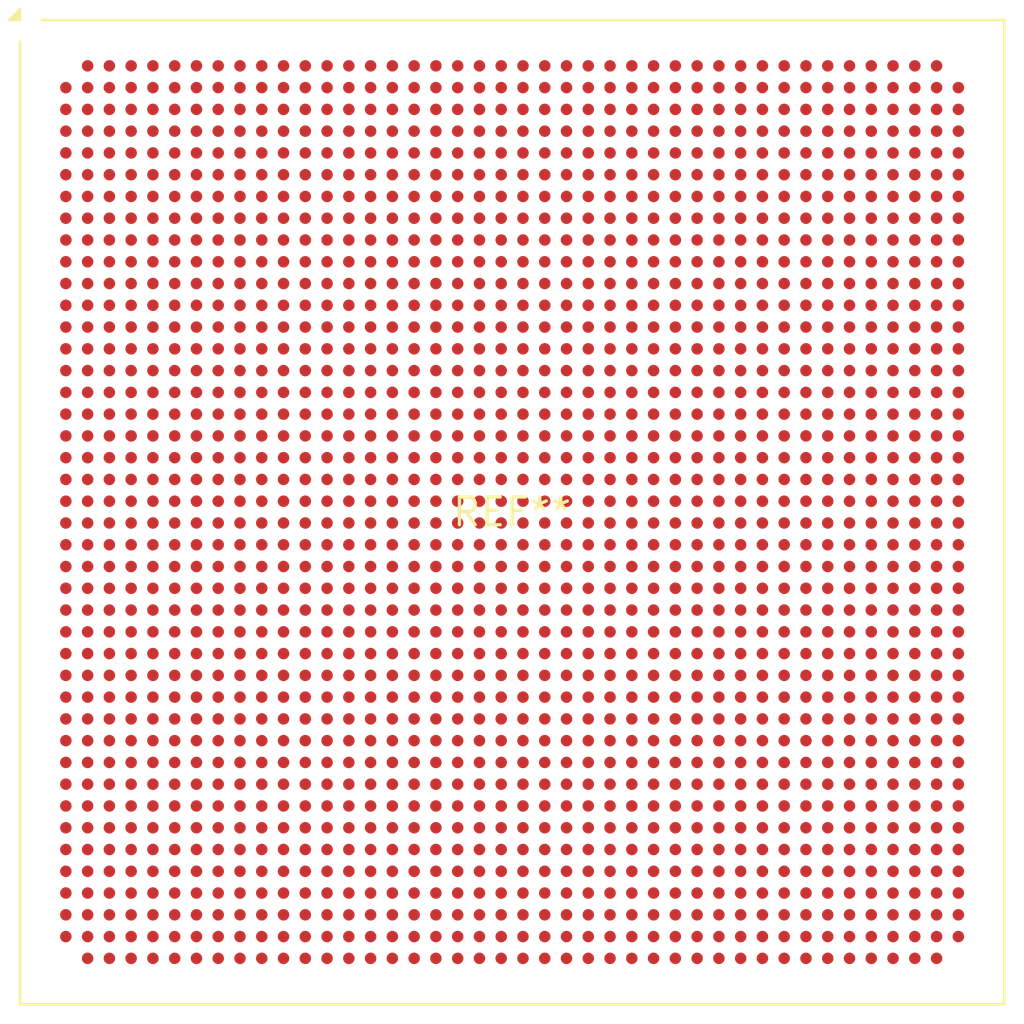
<source format=kicad_pcb>
(kicad_pcb (version 20240108) (generator pcbnew)
  (layers (0 "F.Cu" signal) (31 "B.Cu" signal) (34 "B.Paste" user) (35 "F.Paste" user) (36 "B.SilkS" user "B.Silkscreen") (37 "F.SilkS" user "F.Silkscreen") (38 "B.Mask" user) (39 "F.Mask" user) (44 "Edge.Cuts" user))
  (net 0 "")
  (footprint "Xilinx_FHG1761" (layer "F.Cu") (at 0 0)
    (property "Reference" "REF**")
    (property "Value" "Xilinx_FHG1761")
  )
)
</source>
